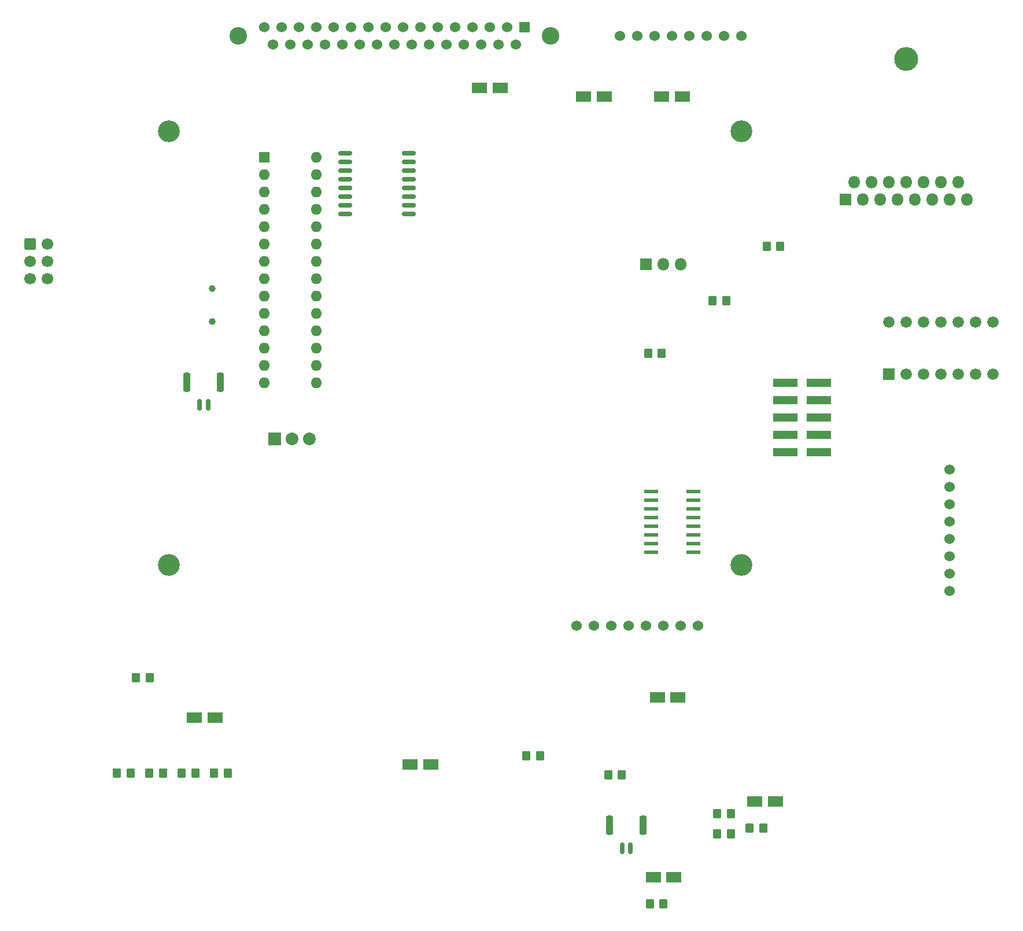
<source format=gbr>
%TF.GenerationSoftware,KiCad,Pcbnew,(6.0.7-1)-1*%
%TF.CreationDate,2022-10-11T17:33:31-05:00*%
%TF.ProjectId,PCB 2,50434220-322e-46b6-9963-61645f706362,rev?*%
%TF.SameCoordinates,Original*%
%TF.FileFunction,Soldermask,Top*%
%TF.FilePolarity,Negative*%
%FSLAX46Y46*%
G04 Gerber Fmt 4.6, Leading zero omitted, Abs format (unit mm)*
G04 Created by KiCad (PCBNEW (6.0.7-1)-1) date 2022-10-11 17:33:31*
%MOMM*%
%LPD*%
G01*
G04 APERTURE LIST*
G04 Aperture macros list*
%AMRoundRect*
0 Rectangle with rounded corners*
0 $1 Rounding radius*
0 $2 $3 $4 $5 $6 $7 $8 $9 X,Y pos of 4 corners*
0 Add a 4 corners polygon primitive as box body*
4,1,4,$2,$3,$4,$5,$6,$7,$8,$9,$2,$3,0*
0 Add four circle primitives for the rounded corners*
1,1,$1+$1,$2,$3*
1,1,$1+$1,$4,$5*
1,1,$1+$1,$6,$7*
1,1,$1+$1,$8,$9*
0 Add four rect primitives between the rounded corners*
20,1,$1+$1,$2,$3,$4,$5,0*
20,1,$1+$1,$4,$5,$6,$7,0*
20,1,$1+$1,$6,$7,$8,$9,0*
20,1,$1+$1,$8,$9,$2,$3,0*%
G04 Aperture macros list end*
%ADD10C,1.007000*%
%ADD11C,1.860000*%
%ADD12R,1.860000X1.860000*%
%ADD13O,1.800000X1.800000*%
%ADD14R,1.800000X1.800000*%
%ADD15O,3.500000X3.500000*%
%ADD16C,1.676400*%
%ADD17R,1.676400X1.676400*%
%ADD18RoundRect,0.150000X-0.875000X-0.150000X0.875000X-0.150000X0.875000X0.150000X-0.875000X0.150000X0*%
%ADD19R,2.000000X0.500000*%
%ADD20O,1.600000X1.600000*%
%ADD21R,1.600000X1.600000*%
%ADD22RoundRect,0.250000X-0.350000X-0.450000X0.350000X-0.450000X0.350000X0.450000X-0.350000X0.450000X0*%
%ADD23R,3.680000X1.270000*%
%ADD24RoundRect,0.250000X-0.250000X-1.150000X0.250000X-1.150000X0.250000X1.150000X-0.250000X1.150000X0*%
%ADD25RoundRect,0.150000X-0.150000X-0.700000X0.150000X-0.700000X0.150000X0.700000X-0.150000X0.700000X0*%
%ADD26C,1.700000*%
%ADD27RoundRect,0.250000X-0.600000X-0.600000X0.600000X-0.600000X0.600000X0.600000X-0.600000X0.600000X0*%
%ADD28C,1.530000*%
%ADD29R,1.530000X1.530000*%
%ADD30C,2.570000*%
%ADD31C,3.200000*%
%ADD32R,2.200000X1.600000*%
G04 APERTURE END LIST*
D10*
%TO.C,Y1*%
X69850000Y-62330000D03*
X69850000Y-67210000D03*
%TD*%
D11*
%TO.C,V1*%
X84072500Y-84368000D03*
X81532500Y-84368000D03*
D12*
X78992500Y-84368000D03*
%TD*%
D13*
%TO.C,U5*%
X180335000Y-49320000D03*
X179065000Y-46780000D03*
X177795000Y-49320000D03*
X176525000Y-46780000D03*
X175255000Y-49320000D03*
X173985000Y-46780000D03*
X172715000Y-49320000D03*
X171445000Y-46780000D03*
X170175000Y-49320000D03*
X168905000Y-46780000D03*
X167635000Y-49320000D03*
X166365000Y-46780000D03*
X165095000Y-49320000D03*
X163825000Y-46780000D03*
D14*
X162555000Y-49320000D03*
D15*
X171445000Y-28780000D03*
%TD*%
D16*
%TO.C,U4*%
X168910000Y-67310000D03*
X171450000Y-67310000D03*
X173990000Y-67310000D03*
X176530000Y-67310000D03*
X179070000Y-67310000D03*
X181610000Y-67310000D03*
X184150000Y-67310000D03*
X184150000Y-74930000D03*
X181610000Y-74930000D03*
X179070000Y-74930000D03*
X176530000Y-74930000D03*
X173990000Y-74930000D03*
X171450000Y-74930000D03*
D17*
X168910000Y-74930000D03*
%TD*%
D18*
%TO.C,U3*%
X98620000Y-42535000D03*
X98620000Y-43805000D03*
X98620000Y-45075000D03*
X98620000Y-46345000D03*
X98620000Y-47615000D03*
X98620000Y-48885000D03*
X98620000Y-50155000D03*
X98620000Y-51425000D03*
X89320000Y-51425000D03*
X89320000Y-50155000D03*
X89320000Y-48885000D03*
X89320000Y-47615000D03*
X89320000Y-46345000D03*
X89320000Y-45075000D03*
X89320000Y-43805000D03*
X89320000Y-42535000D03*
%TD*%
D19*
%TO.C,U2*%
X140260000Y-97155000D03*
X140260000Y-95885000D03*
X140260000Y-98425000D03*
X140260000Y-99695000D03*
X140260000Y-100965000D03*
X140260000Y-94615000D03*
X140260000Y-93345000D03*
X140260000Y-92075000D03*
X134060000Y-97155000D03*
X134060000Y-95885000D03*
X134060000Y-98425000D03*
X134060000Y-99695000D03*
X134060000Y-100965000D03*
X134060000Y-94615000D03*
X134060000Y-93345000D03*
X134060000Y-92075000D03*
%TD*%
D20*
%TO.C,U1*%
X85090000Y-43180000D03*
X85090000Y-45720000D03*
X85090000Y-48260000D03*
X85090000Y-50800000D03*
X85090000Y-53340000D03*
X85090000Y-55880000D03*
X85090000Y-58420000D03*
X85090000Y-60960000D03*
X85090000Y-63500000D03*
X85090000Y-66040000D03*
X85090000Y-68580000D03*
X85090000Y-71120000D03*
X85090000Y-73660000D03*
X85090000Y-76200000D03*
X77470000Y-76200000D03*
X77470000Y-73660000D03*
X77470000Y-71120000D03*
X77470000Y-68580000D03*
X77470000Y-66040000D03*
X77470000Y-63500000D03*
X77470000Y-60960000D03*
X77470000Y-58420000D03*
X77470000Y-55880000D03*
X77470000Y-53340000D03*
X77470000Y-50800000D03*
X77470000Y-48260000D03*
X77470000Y-45720000D03*
D21*
X77470000Y-43180000D03*
%TD*%
D22*
%TO.C,R100*%
X57870000Y-133350000D03*
X55870000Y-133350000D03*
%TD*%
%TO.C,R21*%
X60690000Y-119380000D03*
X58690000Y-119380000D03*
%TD*%
%TO.C,R20*%
X67370000Y-133350000D03*
X65370000Y-133350000D03*
%TD*%
%TO.C,R17*%
X150530000Y-141400000D03*
X148530000Y-141400000D03*
%TD*%
%TO.C,R16*%
X145070000Y-64152000D03*
X143070000Y-64152000D03*
%TD*%
%TO.C,R15*%
X135640000Y-71872000D03*
X133640000Y-71872000D03*
%TD*%
%TO.C,R14*%
X145780000Y-142240000D03*
X143780000Y-142240000D03*
%TD*%
%TO.C,R13*%
X62620000Y-133350000D03*
X60620000Y-133350000D03*
%TD*%
%TO.C,R12*%
X72120000Y-133350000D03*
X70120000Y-133350000D03*
%TD*%
%TO.C,R11*%
X129820000Y-133550000D03*
X127820000Y-133550000D03*
%TD*%
%TO.C,R10*%
X153020000Y-56202000D03*
X151020000Y-56202000D03*
%TD*%
%TO.C,R9*%
X145780000Y-139290000D03*
X143780000Y-139290000D03*
%TD*%
%TO.C,R8*%
X117840000Y-130810000D03*
X115840000Y-130810000D03*
%TD*%
%TO.C,R7*%
X135910000Y-152490000D03*
X133910000Y-152490000D03*
%TD*%
D13*
%TO.C,Q1*%
X138430000Y-58795000D03*
X135890000Y-58795000D03*
D14*
X133350000Y-58795000D03*
%TD*%
D23*
%TO.C,J1000*%
X153735000Y-76200000D03*
X158685000Y-76200000D03*
X153735000Y-78740000D03*
X158685000Y-78740000D03*
X153735000Y-81280000D03*
X158685000Y-81280000D03*
X153735000Y-83820000D03*
X158685000Y-83820000D03*
X153735000Y-86360000D03*
X158685000Y-86360000D03*
%TD*%
D24*
%TO.C,J16*%
X127975000Y-140940000D03*
X132925000Y-140940000D03*
D25*
X131075000Y-144290000D03*
X129825000Y-144290000D03*
%TD*%
D24*
%TO.C,J15*%
X66105000Y-76070000D03*
X71055000Y-76070000D03*
D25*
X69205000Y-79420000D03*
X67955000Y-79420000D03*
%TD*%
D26*
%TO.C,J4*%
X45720000Y-60960000D03*
X43180000Y-60960000D03*
X45720000Y-58420000D03*
X43180000Y-58420000D03*
X45720000Y-55880000D03*
D27*
X43180000Y-55880000D03*
%TD*%
D28*
%TO.C,J3*%
X140970000Y-111760000D03*
X138430000Y-111760000D03*
X135890000Y-111760000D03*
X133350000Y-111760000D03*
X130810000Y-111760000D03*
X128270000Y-111760000D03*
X125730000Y-111760000D03*
X123190000Y-111760000D03*
%TD*%
%TO.C,J2*%
X177800000Y-88900000D03*
X177800000Y-91440000D03*
X177800000Y-93980000D03*
X177800000Y-96520000D03*
X177800000Y-99060000D03*
X177800000Y-101600000D03*
X177800000Y-104140000D03*
X177800000Y-106680000D03*
%TD*%
%TO.C,J1*%
X147320000Y-25400000D03*
X144780000Y-25400000D03*
X142240000Y-25400000D03*
X139700000Y-25400000D03*
X137160000Y-25400000D03*
X134620000Y-25400000D03*
X132080000Y-25400000D03*
X129540000Y-25400000D03*
%TD*%
%TO.C,J0*%
X78740000Y-26670000D03*
X81280000Y-26670000D03*
X83820000Y-26670000D03*
X86360000Y-26670000D03*
X88900000Y-26670000D03*
X91440000Y-26670000D03*
X93980000Y-26670000D03*
X96520000Y-26670000D03*
X99060000Y-26670000D03*
X101600000Y-26670000D03*
X104140000Y-26670000D03*
X106680000Y-26670000D03*
X109220000Y-26670000D03*
X111760000Y-26670000D03*
X114300000Y-26670000D03*
X77470000Y-24130000D03*
X82550000Y-24130000D03*
X85090000Y-24130000D03*
X95250000Y-24130000D03*
X100330000Y-24130000D03*
X105410000Y-24130000D03*
X80010000Y-24130000D03*
D29*
X115570000Y-24130000D03*
D28*
X87630000Y-24130000D03*
X90170000Y-24130000D03*
X92710000Y-24130000D03*
X97790000Y-24130000D03*
X102870000Y-24130000D03*
X107950000Y-24130000D03*
X110490000Y-24130000D03*
X113030000Y-24130000D03*
D30*
X119380000Y-25400000D03*
X73660000Y-25400000D03*
%TD*%
D31*
%TO.C,H3*%
X147320000Y-39370000D03*
%TD*%
%TO.C,H2*%
X63500000Y-102870000D03*
%TD*%
%TO.C,H1*%
X147320000Y-102870000D03*
%TD*%
%TO.C,H0*%
X63500000Y-39370000D03*
%TD*%
D32*
%TO.C,C100*%
X127230000Y-34290000D03*
X124230000Y-34290000D03*
%TD*%
%TO.C,C17*%
X111990000Y-33020000D03*
X108990000Y-33020000D03*
%TD*%
%TO.C,C11*%
X137410000Y-148590000D03*
X134410000Y-148590000D03*
%TD*%
%TO.C,C10*%
X138010000Y-122200000D03*
X135010000Y-122200000D03*
%TD*%
%TO.C,C9*%
X101830000Y-132080000D03*
X98830000Y-132080000D03*
%TD*%
%TO.C,C7*%
X70220000Y-125160000D03*
X67220000Y-125160000D03*
%TD*%
%TO.C,C1*%
X138660000Y-34290000D03*
X135660000Y-34290000D03*
%TD*%
%TO.C,C0*%
X152260000Y-137500000D03*
X149260000Y-137500000D03*
%TD*%
M02*

</source>
